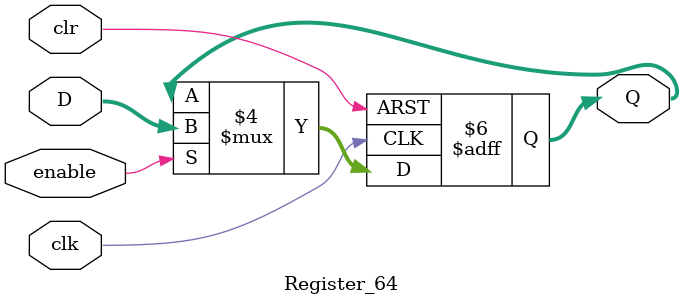
<source format=v>
module Register_64 #(parameter INITIAL_VAL = 64'b0) (

	input clr,
	input clk,
	input enable,
	input [63:0] D,
	output reg [63:0] Q
	
);
	
	initial
		begin
			Q = INITIAL_VAL;
		end
	
	always @(posedge clk or posedge clr) 
		begin
		
			if (clr) begin
				Q = 64'b0;
			end
			else if (enable) begin
				Q = D;
			end
	
		end

endmodule
</source>
